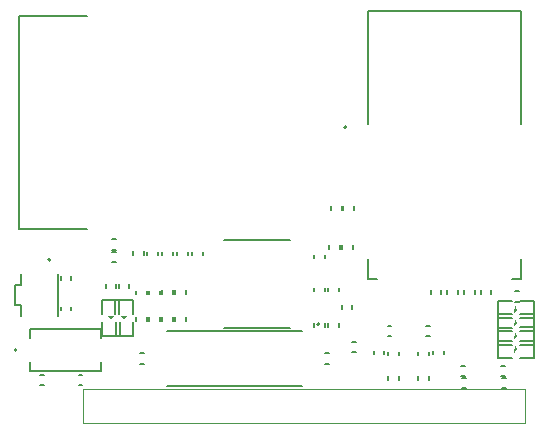
<source format=gto>
G04*
G04 #@! TF.GenerationSoftware,Altium Limited,Altium Designer,23.0.1 (38)*
G04*
G04 Layer_Color=65535*
%FSTAX43Y43*%
%MOMM*%
G71*
G04*
G04 #@! TF.SameCoordinates,B778C3FE-ACB6-4B2B-825A-9079CAA5F4FE*
G04*
G04*
G04 #@! TF.FilePolarity,Positive*
G04*
G01*
G75*
%ADD10C,0.200*%
%ADD11C,0.100*%
%ADD12C,0.127*%
%ADD13C,0.150*%
G36*
X0036763Y0006795D02*
X0036503Y0006435D01*
X0036513Y0007155D01*
X0036763Y0006795D01*
D02*
G37*
G36*
X0003814Y0006206D02*
X0003454Y0005956D01*
X0003094Y0006216D01*
X0003814Y0006206D01*
D02*
G37*
G36*
X0002697D02*
X0002337Y0005956D01*
X0001977Y0006216D01*
X0002697Y0006206D01*
D02*
G37*
G36*
X0036763Y0005673D02*
X0036503Y0005313D01*
X0036513Y0006033D01*
X0036763Y0005673D01*
D02*
G37*
G36*
Y0004551D02*
X0036503Y0004191D01*
X0036513Y0004911D01*
X0036763Y0004551D01*
D02*
G37*
G36*
Y0003429D02*
X0036503Y0003069D01*
X0036513Y0003789D01*
X0036763Y0003429D01*
D02*
G37*
D10*
X-0005647Y0003378D02*
G03*
X-0005647Y0003378I-00001J0D01*
G01*
X-0002783Y0011018D02*
G03*
X-0002783Y0011018I-00001J0D01*
G01*
X0019987Y0005561D02*
G03*
X0019987Y0005561I-00001J0D01*
G01*
X0022282Y0022226D02*
G03*
X0022282Y0022226I-00001J0D01*
G01*
X-0005433Y0031616D02*
X0000317D01*
X-0005433Y0013616D02*
Y0031616D01*
Y0013616D02*
X0000317D01*
D11*
X0001917Y0012516D02*
G03*
X0001917Y0012616I0J000005D01*
G01*
D02*
G03*
X0001917Y0012516I0J-000005D01*
G01*
X0Y0000025D02*
X0037389D01*
X0Y-0002819D02*
Y0000025D01*
Y-0002819D02*
X0037389D01*
Y0000025D01*
D12*
X-0004497Y0004392D02*
Y0005128D01*
Y0001628D02*
Y0002365D01*
Y0001628D02*
X0001503D01*
Y0002365D01*
Y0004392D02*
Y0005128D01*
X-0004497D02*
X0001503D01*
X-0002113Y0006276D02*
Y0009776D01*
X-0005283Y0008876D02*
Y0009776D01*
X-0005783Y0008876D02*
X-0005283D01*
X-0005783Y0007176D02*
Y0008876D01*
Y0007176D02*
X-0005283D01*
Y0006276D02*
Y0007176D01*
X0011932Y0005216D02*
X0017532D01*
X0011932Y0012716D02*
X0017532D01*
X0002787Y0008638D02*
Y0008938D01*
X0001887Y0008638D02*
Y0008938D01*
X0004452Y0008096D02*
Y0008396D01*
X0005352Y0008096D02*
Y0008396D01*
X0007094Y0000292D02*
X0018494D01*
X0007094Y0004992D02*
X0018494D01*
X0022786Y0004082D02*
X0023086D01*
X0022786Y0003182D02*
X0023086D01*
X0035474Y0001034D02*
X0035774D01*
X0035474Y0000134D02*
X0035774D01*
X0024082Y0032076D02*
X0037082D01*
Y0022526D02*
Y0032076D01*
Y0009376D02*
Y0011046D01*
X0036302Y0009376D02*
X0037082D01*
X0024082D02*
X0024862D01*
X0024082D02*
Y0011046D01*
Y0022526D02*
Y0032076D01*
X0022004Y0015249D02*
Y0015549D01*
X0022904Y0015249D02*
Y0015549D01*
X-0001023Y0009324D02*
Y0009624D01*
X-0001923Y0009324D02*
Y0009624D01*
X0021888Y0015249D02*
Y0015549D01*
X0020988Y0015249D02*
Y0015549D01*
X-0001923Y0006717D02*
Y0007017D01*
X-0001023Y0006717D02*
Y0007017D01*
X0004249Y0011425D02*
Y0011725D01*
X0005149Y0011425D02*
Y0011725D01*
X0006455Y0005851D02*
Y0006151D01*
X0005555Y0005851D02*
Y0006151D01*
X0026739Y0000841D02*
Y0001141D01*
X0025839Y0000841D02*
Y0001141D01*
X0026739Y0002923D02*
Y0003223D01*
X0025839Y0002923D02*
Y0003223D01*
X0005352Y0005851D02*
Y0006151D01*
X0004452Y0005851D02*
Y0006151D01*
X0005417Y00114D02*
Y00117D01*
X0006317Y00114D02*
Y00117D01*
X0020465Y0005351D02*
Y0005651D01*
X0019565Y0005351D02*
Y0005651D01*
X0021902Y0011941D02*
Y0012241D01*
X0022802Y0011941D02*
Y0012241D01*
X0020734Y0008351D02*
Y0008651D01*
X0021634Y0008351D02*
Y0008651D01*
X0024594Y0003013D02*
Y0003313D01*
X0025494Y0003013D02*
Y0003313D01*
X0025758Y0004528D02*
X0026058D01*
X0025758Y0005428D02*
X0026058D01*
X0029598Y0003018D02*
Y0003318D01*
X0030498Y0003018D02*
Y0003318D01*
X0029048Y0005428D02*
X0029348D01*
X0029048Y0004528D02*
X0029348D01*
X0004803Y0002192D02*
X0005103D01*
X0004803Y0003092D02*
X0005103D01*
X0020487Y0002192D02*
X0020787D01*
X0020487Y0003092D02*
X0020787D01*
X0032094Y0000134D02*
X0032394D01*
X0032094Y0001034D02*
X0032394D01*
X002081Y0011941D02*
Y0012241D01*
X002171Y0011941D02*
Y0012241D01*
X0007761Y0008121D02*
Y0008421D01*
X0008661Y0008121D02*
Y0008421D01*
X0006658Y0008121D02*
Y0008421D01*
X0007558Y0008121D02*
Y0008421D01*
X0029279Y0000841D02*
Y0001141D01*
X0028379Y0000841D02*
Y0001141D01*
X0029279Y0002923D02*
Y0003223D01*
X0028379Y0002923D02*
Y0003223D01*
X0006687Y00114D02*
Y00117D01*
X0007587Y00114D02*
Y00117D01*
X0007957Y00114D02*
Y00117D01*
X0008857Y00114D02*
Y00117D01*
X0009227Y00114D02*
Y00117D01*
X0010127Y00114D02*
Y00117D01*
X0007761Y0005826D02*
Y0006126D01*
X0008661Y0005826D02*
Y0006126D01*
X0031999Y000115D02*
X0032299D01*
X0031999Y000205D02*
X0032299D01*
X0006658Y0005826D02*
Y0006126D01*
X0007558Y0005826D02*
Y0006126D01*
X0005555Y0008096D02*
Y0008396D01*
X0006455Y0008096D02*
Y0008396D01*
X0035379Y000205D02*
X0035679D01*
X0035379Y000115D02*
X0035679D01*
X-0003655Y0001263D02*
X-0003355D01*
X-0003655Y0000363D02*
X-0003355D01*
X-0000404Y0000388D02*
X-0000104D01*
X-0000404Y0001288D02*
X-0000104D01*
X0019565Y001112D02*
Y001142D01*
X0020465Y001112D02*
Y001142D01*
X0002429Y0011869D02*
X0002729D01*
X0002429Y0012769D02*
X0002729D01*
X0002429Y0011702D02*
X0002729D01*
X0002429Y0010802D02*
X0002729D01*
X0033632Y0008111D02*
Y0008411D01*
X0034532Y0008111D02*
Y0008411D01*
X0032232Y0008111D02*
Y0008411D01*
X0033132Y0008111D02*
Y0008411D01*
X0030832Y0008111D02*
Y0008411D01*
X0031732Y0008111D02*
Y0008411D01*
X003032Y0008111D02*
Y0008411D01*
X002942Y0008111D02*
Y0008411D01*
X0021634Y0005351D02*
Y0005651D01*
X0020734Y0005351D02*
Y0005651D01*
X0019565Y0008351D02*
Y0008651D01*
X0020465Y0008351D02*
Y0008651D01*
X0036568Y0007449D02*
X0036868D01*
X0036568Y0008349D02*
X0036868D01*
X0022777Y0006835D02*
Y0007135D01*
X0021877Y0006835D02*
Y0007135D01*
X0003904Y0008638D02*
Y0008938D01*
X0003004Y0008638D02*
Y0008938D01*
D13*
X0003067Y0004576D02*
Y0005726D01*
X0001617Y0004576D02*
X0003067D01*
X0001617D02*
Y0005776D01*
X0001607Y0006396D02*
Y0007636D01*
X0003057D01*
Y0006396D02*
Y0007636D01*
X0036993Y0007525D02*
X0038143D01*
Y0006075D02*
Y0007525D01*
X0036943Y0006075D02*
X0038143D01*
X0035083Y0006065D02*
X0036323D01*
X0035083D02*
Y0007515D01*
X0036323D01*
X0036993Y0006403D02*
X0038143D01*
Y0004953D02*
Y0006403D01*
X0036943Y0004953D02*
X0038143D01*
X0035083Y0004943D02*
X0036323D01*
X0035083D02*
Y0006393D01*
X0036323D01*
X0036993Y0005281D02*
X0038143D01*
Y0003831D02*
Y0005281D01*
X0036943Y0003831D02*
X0038143D01*
X0035083Y0003821D02*
X0036323D01*
X0035083D02*
Y0005271D01*
X0036323D01*
X0035083Y0004149D02*
X0036323D01*
X0035083Y0002699D02*
Y0004149D01*
Y0002699D02*
X0036323D01*
X0036943Y0002709D02*
X0038143D01*
Y0004159D01*
X0036993D02*
X0038143D01*
X0004184Y0004576D02*
Y0005726D01*
X0002734Y0004576D02*
X0004184D01*
X0002734D02*
Y0005776D01*
X0002724Y0006396D02*
Y0007636D01*
X0004174D01*
Y0006396D02*
Y0007636D01*
M02*

</source>
